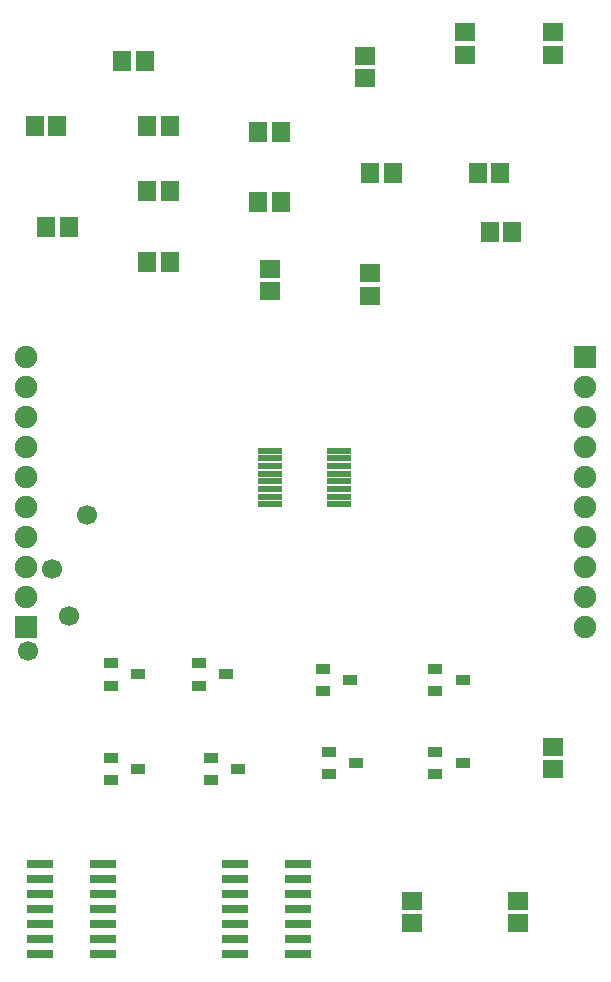
<source format=gbr>
G04 DipTrace 3.0.0.2*
G04 TopMask.gbr*
%MOIN*%
G04 #@! TF.FileFunction,Soldermask,Top*
G04 #@! TF.Part,Single*
%ADD24R,0.07874X0.023622*%
%ADD32R,0.086614X0.031496*%
%ADD33R,0.049213X0.033465*%
%ADD35R,0.059055X0.066929*%
%ADD37C,0.066929*%
%ADD39C,0.074803*%
%ADD41R,0.074803X0.074803*%
%ADD44R,0.066929X0.059055*%
%FSLAX26Y26*%
G04*
G70*
G90*
G75*
G01*
G04 TopMask*
%LPD*%
D44*
X1633858Y2992126D3*
Y2917323D3*
X1299213Y2933071D3*
Y3007874D3*
X1948819Y3720472D3*
Y3795276D3*
X2244094Y3720472D3*
Y3795276D3*
X2125984Y826772D3*
Y901575D3*
D24*
X1299213Y2401575D3*
Y2375984D3*
Y2350394D3*
Y2324803D3*
Y2299213D3*
Y2273622D3*
Y2248031D3*
Y2222441D3*
X1527567D3*
X1527559Y2248031D3*
Y2273622D3*
Y2299213D3*
Y2324803D3*
Y2350394D3*
Y2375984D3*
Y2401575D3*
D41*
X485039Y1813780D3*
D39*
Y1913780D3*
Y2013780D3*
Y2113780D3*
Y2213780D3*
Y2313780D3*
Y2413780D3*
Y2513780D3*
Y2613780D3*
Y2713780D3*
D41*
X2349606D3*
D39*
Y2613780D3*
Y2513780D3*
Y2413780D3*
Y2313780D3*
Y2213780D3*
Y2113780D3*
Y2013780D3*
Y1913780D3*
Y1813780D3*
D37*
X492126Y1732283D3*
X688976Y2185039D3*
X629921Y1850394D3*
X570866Y2007874D3*
D35*
X1259843Y3464567D3*
X1334646D3*
X1259843Y3228346D3*
X1334646D3*
D44*
X1614173Y3641732D3*
Y3716535D3*
D35*
X1633858Y3326772D3*
X1708661D3*
X2106299Y3129921D3*
X2031496D3*
X2066929Y3326772D3*
X1992126D3*
X807087Y3700787D3*
X881890D3*
X964567Y3484252D3*
X889764D3*
X964567Y3267717D3*
X889764D3*
X964567Y3031496D3*
X889764D3*
X590551Y3484252D3*
X515748D3*
X627953Y3147638D3*
X553150D3*
D44*
X1771654Y826772D3*
Y901575D3*
X2244094Y1338583D3*
Y1413386D3*
D33*
X767717Y1377953D3*
Y1303150D3*
X858268Y1340551D3*
X767717Y1692913D3*
Y1618110D3*
X858268Y1655512D3*
X1102362Y1377953D3*
Y1303150D3*
X1192913Y1340551D3*
X1062992Y1692913D3*
Y1618110D3*
X1153543Y1655512D3*
X1476378Y1673228D3*
Y1598425D3*
X1566929Y1635827D3*
X1850394Y1673228D3*
Y1598425D3*
X1940945Y1635827D3*
X1850394Y1397638D3*
Y1322835D3*
X1940945Y1360236D3*
X1496063Y1397638D3*
Y1322835D3*
X1586614Y1360236D3*
D32*
X531496Y1023622D3*
Y973622D3*
Y923622D3*
Y873622D3*
Y823622D3*
Y773622D3*
Y723622D3*
X744094D3*
Y773622D3*
Y823622D3*
Y873622D3*
Y923622D3*
Y973622D3*
Y1023622D3*
X1181102D3*
Y973622D3*
Y923622D3*
Y873622D3*
Y823622D3*
Y773622D3*
Y723622D3*
X1393701D3*
Y773622D3*
Y823622D3*
Y873622D3*
Y923622D3*
Y973622D3*
Y1023622D3*
M02*

</source>
